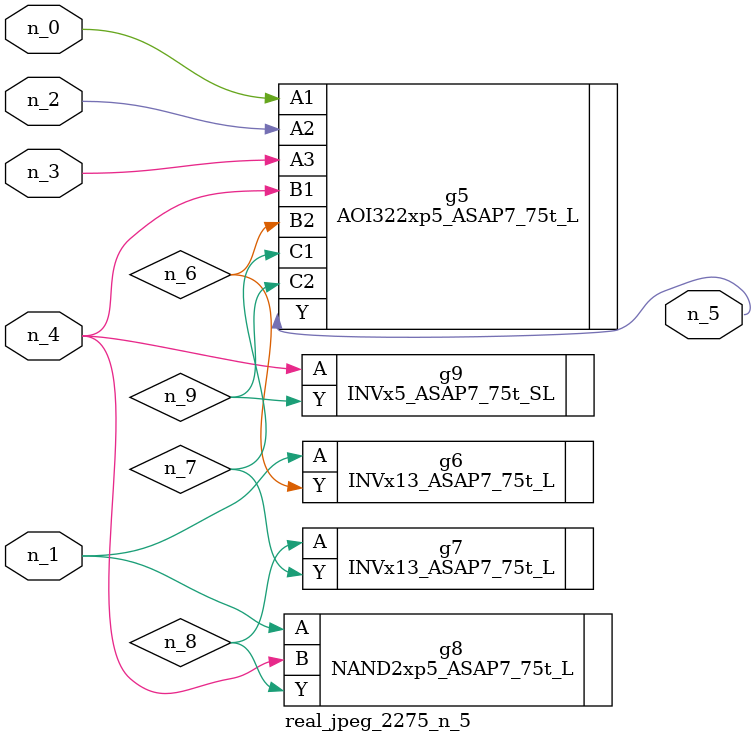
<source format=v>
module real_jpeg_2275_n_5 (n_4, n_0, n_1, n_2, n_3, n_5);

input n_4;
input n_0;
input n_1;
input n_2;
input n_3;

output n_5;

wire n_8;
wire n_6;
wire n_7;
wire n_9;

AOI322xp5_ASAP7_75t_L g5 ( 
.A1(n_0),
.A2(n_2),
.A3(n_3),
.B1(n_4),
.B2(n_6),
.C1(n_7),
.C2(n_9),
.Y(n_5)
);

INVx13_ASAP7_75t_L g6 ( 
.A(n_1),
.Y(n_6)
);

NAND2xp5_ASAP7_75t_L g8 ( 
.A(n_1),
.B(n_4),
.Y(n_8)
);

INVx5_ASAP7_75t_SL g9 ( 
.A(n_4),
.Y(n_9)
);

INVx13_ASAP7_75t_L g7 ( 
.A(n_8),
.Y(n_7)
);


endmodule
</source>
